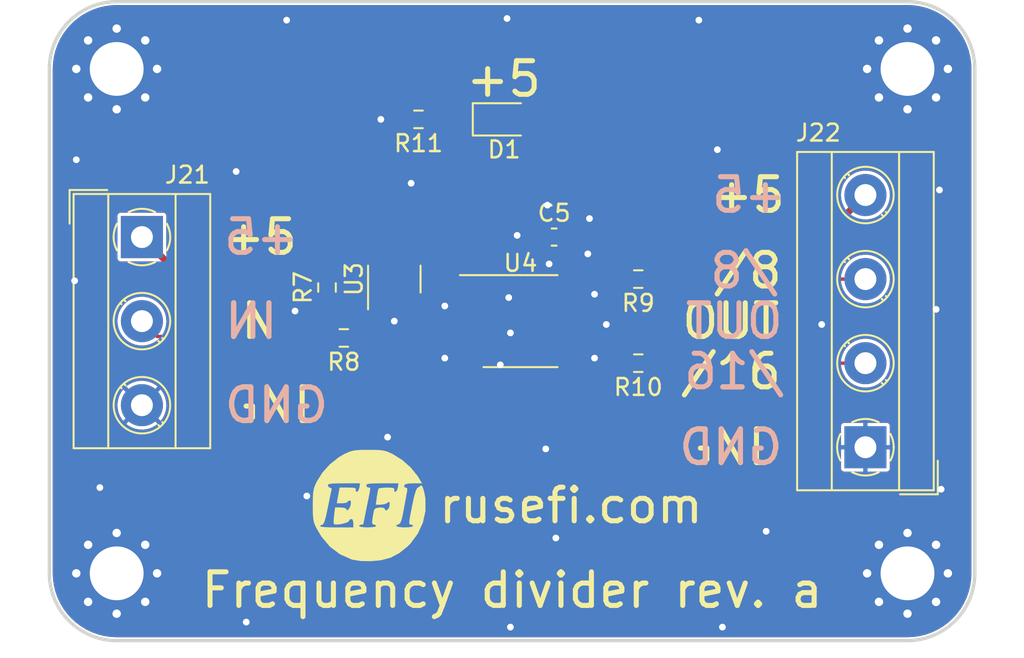
<source format=kicad_pcb>
(kicad_pcb (version 20210824) (generator pcbnew)
  (title_block (title "frequency-divider") (date "2021-10-26") (rev "a"))
  (layers (0 "F.Cu" signal) (31 "B.Cu" signal) (34 "B.Paste" user) (35 "F.Paste" user) (36 "B.SilkS" user "B.Silkscreen") (37 "F.SilkS" user "F.Silkscreen") (38 "B.Mask" user) (39 "F.Mask" user) (44 "Edge.Cuts" user))
  (net 0 "")
  (net 1 "GND")
  (net 2 "+5V")
  (net 3 "Net-(D1-Pad1)")
  (net 4 "Net-(J21-Pad2)")
  (net 5 "Net-(J22-Pad2)")
  (net 6 "Net-(J22-Pad3)")
  (net 7 "Net-(R8-Pad1)")
  (net 8 "Net-(R9-Pad2)")
  (net 9 "Net-(R10-Pad2)")
  (footprint "Resistor_SMD:R_0603_1608Metric_Pad0.98x0.95mm_HandSolder" (layer "F.Cu") (at 125.5 84.8 90)
    (fp_text reference "R7" (at 0 -1.43 90) (layer "F.SilkS"))
    (fp_text value "4.7k")
    (fp_line (start -0.254724 0.5225) (end 0.254724 0.5225) (layer "F.SilkS") (width 0.12))
    (fp_line (start -0.254724 -0.5225) (end 0.254724 -0.5225) (layer "F.SilkS") (width 0.12))
    (pad "1" smd roundrect locked (at -0.9125 0 90) (size 0.975 0.95) (layers "F.Cu" "F.Paste" "F.Mask") (net 4 "Net-(J21-Pad2)"))
    (pad "2" smd roundrect locked (at 0.9125 0 90) (size 0.975 0.95) (layers "F.Cu" "F.Paste" "F.Mask") (net 2 "+5V"))
  )
  (footprint "MountingHole:MountingHole_3.2mm_M3_Pad_Via" (layer "F.Cu") (at 113 71.8)
    (fp_text reference "H1" hide)
    (fp_text value "MountingHole_Pad")
    (pad "1" thru_hole circle locked (at 2.4 0) (size 0.8 0.8) (drill 0.5) (layers *.Cu *.Mask) (net 1 "GND"))
    (pad "1" thru_hole circle locked (at -1.697056 -1.697056) (size 0.8 0.8) (drill 0.5) (layers *.Cu *.Mask) (net 1 "GND"))
    (pad "1" thru_hole circle locked (at -2.4 0) (size 0.8 0.8) (drill 0.5) (layers *.Cu *.Mask) (net 1 "GND"))
    (pad "1" thru_hole circle locked (at -1.697056 1.697056) (size 0.8 0.8) (drill 0.5) (layers *.Cu *.Mask) (net 1 "GND"))
    (pad "1" thru_hole circle locked (at 0 -2.4) (size 0.8 0.8) (drill 0.5) (layers *.Cu *.Mask) (net 1 "GND"))
    (pad "1" thru_hole circle locked (at 0 2.4) (size 0.8 0.8) (drill 0.5) (layers *.Cu *.Mask) (net 1 "GND"))
    (pad "1" thru_hole circle locked (at 0 0) (size 6.4 6.4) (drill 3.2) (layers *.Cu *.Mask) (net 1 "GND"))
    (pad "1" thru_hole circle locked (at 1.697056 -1.697056) (size 0.8 0.8) (drill 0.5) (layers *.Cu *.Mask) (net 1 "GND"))
    (pad "1" thru_hole circle locked (at 1.697056 1.697056) (size 0.8 0.8) (drill 0.5) (layers *.Cu *.Mask) (net 1 "GND"))
  )
  (footprint "Capacitor_SMD:C_0603_1608Metric_Pad1.08x0.95mm_HandSolder" (layer "F.Cu") (at 139 81.8)
    (fp_text reference "C5" (at 0 -1.43) (layer "F.SilkS"))
    (fp_text value "100n")
    (fp_line (start -0.146267 0.51) (end 0.146267 0.51) (layer "F.SilkS") (width 0.12))
    (fp_line (start -0.146267 -0.51) (end 0.146267 -0.51) (layer "F.SilkS") (width 0.12))
    (pad "1" smd roundrect locked (at -0.8625 0) (size 1.075 0.95) (layers "F.Cu" "F.Paste" "F.Mask") (net 1 "GND"))
    (pad "2" smd roundrect locked (at 0.8625 0) (size 1.075 0.95) (layers "F.Cu" "F.Paste" "F.Mask") (net 2 "+5V"))
  )
  (footprint "Resistor_SMD:R_0603_1608Metric_Pad0.98x0.95mm_HandSolder" (layer "F.Cu") (at 144 84.3 180)
    (fp_text reference "R9" (at 0 -1.43) (layer "F.SilkS"))
    (fp_text value "1.5k")
    (fp_line (start -0.254724 0.5225) (end 0.254724 0.5225) (layer "F.SilkS") (width 0.12))
    (fp_line (start -0.254724 -0.5225) (end 0.254724 -0.5225) (layer "F.SilkS") (width 0.12))
    (pad "1" smd roundrect locked (at -0.9125 0 180) (size 0.975 0.95) (layers "F.Cu" "F.Paste" "F.Mask") (net 6 "Net-(J22-Pad3)"))
    (pad "2" smd roundrect locked (at 0.9125 0 180) (size 0.975 0.95) (layers "F.Cu" "F.Paste" "F.Mask") (net 8 "Net-(R9-Pad2)"))
  )
  (footprint "MountingHole:MountingHole_3.2mm_M3_Pad_Via" (layer "F.Cu") (at 113 101.8)
    (fp_text reference "H2" hide)
    (fp_text value "MountingHole_Pad")
    (pad "1" thru_hole circle locked (at -2.4 0) (size 0.8 0.8) (drill 0.5) (layers *.Cu *.Mask) (net 1 "GND"))
    (pad "1" thru_hole circle locked (at -1.697056 1.697056) (size 0.8 0.8) (drill 0.5) (layers *.Cu *.Mask) (net 1 "GND"))
    (pad "1" thru_hole circle locked (at 0 2.4) (size 0.8 0.8) (drill 0.5) (layers *.Cu *.Mask) (net 1 "GND"))
    (pad "1" thru_hole circle locked (at 0 -2.4) (size 0.8 0.8) (drill 0.5) (layers *.Cu *.Mask) (net 1 "GND"))
    (pad "1" thru_hole circle locked (at -1.697056 -1.697056) (size 0.8 0.8) (drill 0.5) (layers *.Cu *.Mask) (net 1 "GND"))
    (pad "1" thru_hole circle locked (at 1.697056 -1.697056) (size 0.8 0.8) (drill 0.5) (layers *.Cu *.Mask) (net 1 "GND"))
    (pad "1" thru_hole circle locked (at 0 0) (size 6.4 6.4) (drill 3.2) (layers *.Cu *.Mask) (net 1 "GND"))
    (pad "1" thru_hole circle locked (at 2.4 0) (size 0.8 0.8) (drill 0.5) (layers *.Cu *.Mask) (net 1 "GND"))
    (pad "1" thru_hole circle locked (at 1.697056 1.697056) (size 0.8 0.8) (drill 0.5) (layers *.Cu *.Mask) (net 1 "GND"))
  )
  (footprint "TerminalBlock_MetzConnect:TerminalBlock_MetzConnect_Type055_RT01503HDWU_1x03_P5.00mm_Horizontal" (layer "F.Cu") (at 114.5 81.8 -90)
    (fp_text reference "J21" (at -3.7 -2.7) (layer "F.SilkS"))
    (fp_text value "Screw_Terminal_01x03")
    (fp_line (start 11.275 -1.069) (end 11.181 -0.976) (layer "F.SilkS") (width 0.12))
    (fp_line (start -2.56 4.06) (end 12.56 4.06) (layer "F.SilkS") (width 0.12))
    (fp_line (start 8.82 0.976) (end 8.726 1.069) (layer "F.SilkS") (width 0.12))
    (fp_line (start 8.99 1.216) (end 8.931 1.274) (layer "F.SilkS") (width 0.12))
    (fp_line (start -2.8 2.06) (end -2.8 4.3) (layer "F.SilkS") (width 0.12))
    (fp_line (start 3.99 1.216) (end 3.931 1.274) (layer "F.SilkS") (width 0.12))
    (fp_line (start -2.56 2) (end 12.56 2) (layer "F.SilkS") (width 0.12))
    (fp_line (start 11.07 -1.275) (end 11.011 -1.216) (layer "F.SilkS") (width 0.12))
    (fp_line (start -2.8 4.3) (end -0.8 4.3) (layer "F.SilkS") (width 0.12))
    (fp_line (start 6.07 -1.275) (end 6.011 -1.216) (layer "F.SilkS") (width 0.12))
    (fp_line (start 12.56 -4.06) (end 12.56 4.06) (layer "F.SilkS") (width 0.12))
    (fp_line (start -2.56 -4.06) (end -2.56 4.06) (layer "F.SilkS") (width 0.12))
    (fp_line (start -2.56 -2) (end 12.56 -2) (layer "F.SilkS") (width 0.12))
    (fp_line (start -2.56 -4.06) (end 12.56 -4.06) (layer "F.SilkS") (width 0.12))
    (fp_line (start 3.82 0.976) (end 3.726 1.069) (layer "F.SilkS") (width 0.12))
    (fp_line (start 6.275 -1.069) (end 6.181 -0.976) (layer "F.SilkS") (width 0.12))
    (fp_arc (start 0 0) (end 1.484 0.789) (angle -56) (layer "F.SilkS") (width 0.12))
    (fp_arc (start 0 0) (end -1.484 -0.789) (angle -56) (layer "F.SilkS") (width 0.12))
    (fp_arc (start 0 0) (end 0.789 -1.484) (angle -56) (layer "F.SilkS") (width 0.12))
    (fp_arc (start 0 0) (end 0 1.68) (angle -28) (layer "F.SilkS") (width 0.12))
    (fp_arc (start 0 0) (end -0.789 1.484) (angle -29) (layer "F.SilkS") (width 0.12))
    (fp_circle (center 5 0) (end 6.68 0) (layer "F.SilkS") (width 0.12) (fill none))
    (fp_circle (center 10 0) (end 11.68 0) (layer "F.SilkS") (width 0.12) (fill none))
    (pad "1" thru_hole rect locked (at 0 0 270) (size 2.5 2.5) (drill 1.3) (layers *.Cu *.Mask) (net 2 "+5V"))
    (pad "2" thru_hole circle locked (at 5 0 270) (size 2.5 2.5) (drill 1.3) (layers *.Cu *.Mask) (net 4 "Net-(J21-Pad2)"))
    (pad "3" thru_hole circle locked (at 10 0 270) (size 2.5 2.5) (drill 1.3) (layers *.Cu *.Mask) (net 1 "GND"))
  )
  (footprint "TerminalBlock_MetzConnect:TerminalBlock_MetzConnect_Type055_RT01504HDWU_1x04_P5.00mm_Horizontal" (layer "F.Cu") (at 157.5 94.3 90)
    (fp_text reference "J22" (at 18.7 -2.8 180) (layer "F.SilkS"))
    (fp_text value "Screw_Terminal_01x04")
    (fp_line (start 8.82 0.976) (end 8.726 1.069) (layer "F.SilkS") (width 0.12))
    (fp_line (start -2.56 -2) (end 17.561 -2) (layer "F.SilkS") (width 0.12))
    (fp_line (start 6.07 -1.275) (end 6.011 -1.216) (layer "F.SilkS") (width 0.12))
    (fp_line (start 11.275 -1.069) (end 11.181 -0.976) (layer "F.SilkS") (width 0.12))
    (fp_line (start 16.07 -1.275) (end 16.011 -1.216) (layer "F.SilkS") (width 0.12))
    (fp_line (start 6.275 -1.069) (end 6.181 -0.976) (layer "F.SilkS") (width 0.12))
    (fp_line (start -2.56 -4.06) (end 17.561 -4.06) (layer "F.SilkS") (width 0.12))
    (fp_line (start -2.56 2) (end 17.561 2) (layer "F.SilkS") (width 0.12))
    (fp_line (start 3.82 0.976) (end 3.726 1.069) (layer "F.SilkS") (width 0.12))
    (fp_line (start -2.56 -4.06) (end -2.56 4.06) (layer "F.SilkS") (width 0.12))
    (fp_line (start 17.561 -4.06) (end 17.561 4.06) (layer "F.SilkS") (width 0.12))
    (fp_line (start -2.56 4.06) (end 17.561 4.06) (layer "F.SilkS") (width 0.12))
    (fp_line (start 13.99 1.216) (end 13.931 1.274) (layer "F.SilkS") (width 0.12))
    (fp_line (start -2.8 2.06) (end -2.8 4.3) (layer "F.SilkS") (width 0.12))
    (fp_line (start -2.8 4.3) (end -0.8 4.3) (layer "F.SilkS") (width 0.12))
    (fp_line (start 16.275 -1.069) (end 16.181 -0.976) (layer "F.SilkS") (width 0.12))
    (fp_line (start 13.82 0.976) (end 13.726 1.069) (layer "F.SilkS") (width 0.12))
    (fp_line (start 11.07 -1.275) (end 11.011 -1.216) (layer "F.SilkS") (width 0.12))
    (fp_line (start 3.99 1.216) (end 3.931 1.274) (layer "F.SilkS") (width 0.12))
    (fp_line (start 8.99 1.216) (end 8.931 1.274) (layer "F.SilkS") (width 0.12))
    (fp_arc (start 0 0) (end 0.789 -1.484) (angle -56) (layer "F.SilkS") (width 0.12))
    (fp_arc (start 0 0) (end -1.484 -0.789) (angle -56) (layer "F.SilkS") (width 0.12))
    (fp_arc (start 0 0) (end -0.789 1.484) (angle -29) (layer "F.SilkS") (width 0.12))
    (fp_arc (start 0 0) (end 1.484 0.789) (angle -56) (layer "F.SilkS") (width 0.12))
    (fp_arc (start 0 0) (end 0 1.68) (angle -28) (layer "F.SilkS") (width 0.12))
    (fp_circle (center 15 0) (end 16.68 0) (layer "F.SilkS") (width 0.12) (fill none))
    (fp_circle (center 10 0) (end 11.68 0) (layer "F.SilkS") (width 0.12) (fill none))
    (fp_circle (center 5 0) (end 6.68 0) (layer "F.SilkS") (width 0.12) (fill none))
    (pad "1" thru_hole rect locked (at 0 0 90) (size 2.5 2.5) (drill 1.3) (layers *.Cu *.Mask) (net 1 "GND"))
    (pad "2" thru_hole circle locked (at 5 0 90) (size 2.5 2.5) (drill 1.3) (layers *.Cu *.Mask) (net 5 "Net-(J22-Pad2)"))
    (pad "3" thru_hole circle locked (at 10 0 90) (size 2.5 2.5) (drill 1.3) (layers *.Cu *.Mask) (net 6 "Net-(J22-Pad3)"))
    (pad "4" thru_hole circle locked (at 15 0 90) (size 2.5 2.5) (drill 1.3) (layers *.Cu *.Mask) (net 2 "+5V"))
  )
  (footprint "kicad6-libraries:rusefi_logo" (layer "F.Cu") (at 128 97.8)
    (fp_text reference "G8" hide)
    (fp_text value "RUSEFI_LOGO" hide)
    (fp_poly (pts (xy 3.3528 -0.39624) (xy 3.35026 0.29972) (xy 3.19532 0.9906) (xy 2.8956 1.64338) (xy 2.46634 2.21996) (xy 2.31394 2.37744) (xy 1.80086 2.794) (xy 1.27508 3.07086) (xy 0.68834 3.2258) (xy 0.127 3.27406) (xy -0.46736 3.26898) (xy -0.9271 3.2004) (xy -1.05664 3.16484) (xy -1.73482 2.86258) (xy -2.32156 2.41808) (xy -2.8194 1.83134) (xy -3.10896 1.3462) (xy -3.21564 1.12776) (xy -3.28422 0.92964) (xy -3.32232 0.70866) (xy -3.3401 0.4191) (xy -3.34518 0.01016) (xy -3.34518 -0.04318) (xy -3.3401 -0.46736) (xy -3.32486 -0.77216) (xy -3.28676 -1.0033) (xy -3.22072 -1.21158) (xy -3.11658 -1.44272) (xy -3.10134 -1.46812) (xy -2.7686 -1.99644) (xy -2.31648 -2.49428) (xy -1.79832 -2.90576) (xy -1.47574 -3.09372) (xy -1.23698 -3.20294) (xy -1.03124 -3.2766) (xy -0.80518 -3.31724) (xy -0.51562 -3.33756) (xy -0.10922 -3.34264) (xy -0.04064 -3.34264) (xy 0.37846 -3.3401) (xy 0.68072 -3.32486) (xy 0.90932 -3.2893) (xy 1.1176 -3.22326) (xy 1.35382 -3.11658) (xy 1.44018 -3.0734) (xy 1.97612 -2.73558) (xy 2.47904 -2.28854) (xy 2.88798 -1.78308) (xy 2.95656 -1.67132) (xy 3.14706 -1.35382) (xy 2.63906 -1.35382) (xy 2.32664 -1.34112) (xy 2.14884 -1.2954) (xy 2.08534 -1.22936) (xy 2.10058 -1.12014) (xy 2.1717 -1.10236) (xy 2.26314 -1.05918) (xy 2.26568 -0.90678) (xy 2.25806 -0.86868) (xy 2.2225 -0.6858) (xy 2.16916 -0.38608) (xy 2.10058 -0.01778) (xy 2.06248 0.2032) (xy 1.98374 0.60452) (xy 1.91516 0.86614) (xy 1.84658 1.016) (xy 1.77038 1.07696) (xy 1.76022 1.0795) (xy 1.74752 1.08458) (xy 1.74752 -1.35382) (xy 0.78994 -1.35382) (xy 0.36576 -1.35128) (xy 0.08382 -1.33858) (xy -0.08128 -1.31318) (xy -0.15494 -1.27254) (xy -0.17018 -1.22682) (xy -0.1016 -1.11506) (xy -0.04318 -1.09982) (xy 0.01524 -1.1049) (xy 0.05334 -1.09728) (xy 0.06858 -1.0541) (xy 0.06096 -0.94996) (xy 0.0254 -0.75438) (xy -0.03556 -0.44704) (xy -0.127 0) (xy -0.20828 0.39624) (xy -0.27432 0.72898) (xy -0.32004 0.96266) (xy -0.33782 1.0668) (xy -0.33782 1.06934) (xy -0.40894 1.09728) (xy -0.46482 1.09982) (xy -0.53848 1.12776) (xy -0.53848 -1.35382) (xy -1.49606 -1.35382) (xy -1.92024 -1.35128) (xy -2.20218 -1.33858) (xy -2.36728 -1.31318) (xy -2.44094 -1.27254) (xy -2.45618 -1.22682) (xy -2.3876 -1.1176) (xy -2.3241 -1.09982) (xy -2.22758 -1.04394) (xy -2.23266 -0.9525) (xy -2.26568 -0.8128) (xy -2.3241 -0.5461) (xy -2.39522 -0.19558) (xy -2.4638 0.14732) (xy -2.5654 0.62484) (xy -2.65684 0.9398) (xy -2.73304 1.08712) (xy -2.75844 1.09982) (xy -2.89814 1.15824) (xy -2.921 1.18618) (xy -2.86512 1.22428) (xy -2.64922 1.25222) (xy -2.27838 1.26746) (xy -1.95326 1.27) (xy -0.93218 1.27) (xy -0.93218 1.016) (xy -0.97028 0.8128) (xy -1.05918 0.762) (xy -1.17094 0.8255) (xy -1.18618 0.88138) (xy -1.25984 0.94996) (xy -1.44526 1.01854) (xy -1.67894 1.07188) (xy -1.905 1.09982) (xy -2.06248 1.08712) (xy -2.09042 1.06934) (xy -2.10566 0.96774) (xy -2.09804 0.7493) (xy -2.07772 0.55372) (xy -2.0193 0.08382) (xy -1.68656 0.08382) (xy -1.47828 0.10414) (xy -1.36144 0.15748) (xy -1.35382 0.17526) (xy -1.3208 0.25908) (xy -1.2446 0.22352) (xy -1.1557 0.10414) (xy -1.0922 -0.06858) (xy -1.0922 -0.07112) (xy -1.07442 -0.26416) (xy -1.1303 -0.33782) (xy -1.15316 -0.33782) (xy -1.25984 -0.28956) (xy -1.27 -0.254) (xy -1.3462 -0.20066) (xy -1.53162 -0.17018) (xy -1.59512 -0.17018) (xy -1.9177 -0.17018) (xy -1.83388 -0.635) (xy -1.75006 -1.10236) (xy -1.24714 -1.09982) (xy -0.9652 -1.09474) (xy -0.82042 -1.0668) (xy -0.78486 -1.00838) (xy -0.79248 -0.97282) (xy -0.78232 -0.8636) (xy -0.72644 -0.84582) (xy -0.635 -0.92202) (xy -0.57658 -1.09728) (xy -0.57404 -1.09982) (xy -0.53848 -1.35382) (xy -0.53848 1.12776) (xy -0.57912 1.14554) (xy -0.59182 1.18618) (xy -0.51562 1.22936) (xy -0.31496 1.25984) (xy -0.08382 1.27) (xy 0.18542 1.2573) (xy 0.3683 1.22428) (xy 0.42418 1.18618) (xy 0.35306 1.11252) (xy 0.28702 1.09982) (xy 0.20574 1.07442) (xy 0.18034 0.96774) (xy 0.2032 0.74168) (xy 0.20828 0.70866) (xy 0.254 0.44704) (xy 0.29718 0.24892) (xy 0.31242 0.20066) (xy 0.40894 0.12954) (xy 0.5842 0.0889) (xy 0.7747 0.0889) (xy 0.90678 0.127) (xy 0.93218 0.17018) (xy 0.97282 0.25908) (xy 1.0668 0.2413) (xy 1.16586 0.13716) (xy 1.20904 0.02032) (xy 1.22936 -0.19304) (xy 1.17856 -0.254) (xy 1.08204 -0.18542) (xy 0.93218 -0.11684) (xy 0.70866 -0.08636) (xy 0.69088 -0.08382) (xy 0.40132 -0.08382) (xy 0.45974 -0.52578) (xy 0.50038 -0.7874) (xy 0.54102 -0.9779) (xy 0.5588 -1.03378) (xy 0.6604 -1.06934) (xy 0.87884 -1.09474) (xy 1.07188 -1.09982) (xy 1.34112 -1.0922) (xy 1.4732 -1.06172) (xy 1.50114 -1.00076) (xy 1.49352 -0.97536) (xy 1.50368 -0.8636) (xy 1.55956 -0.84582) (xy 1.651 -0.92202) (xy 1.70942 -1.09728) (xy 1.71196 -1.09982) (xy 1.74752 -1.35382) (xy 1.74752 1.08458) (xy 1.61544 1.14046) (xy 1.62306 1.19888) (xy 1.76276 1.2446) (xy 2.0193 1.26746) (xy 2.11582 1.27) (xy 2.3876 1.2573) (xy 2.57048 1.22428) (xy 2.62382 1.18618) (xy 2.55524 1.10998) (xy 2.49682 1.09982) (xy 2.43586 1.09474) (xy 2.39776 1.06426) (xy 2.3876 0.98298) (xy 2.40284 0.82296) (xy 2.44602 0.56134) (xy 2.52222 0.17272) (xy 2.57302 -0.08128) (xy 2.67716 -0.56388) (xy 2.77368 -0.89408) (xy 2.85496 -1.06426) (xy 2.88544 -1.08712) (xy 3.03276 -1.1811) (xy 3.06324 -1.21666) (xy 3.12674 -1.22428) (xy 3.2004 -1.0922) (xy 3.27406 -0.8509) (xy 3.33502 -0.5334) (xy 3.3528 -0.39624)) (layer "F.SilkS") (width 0.00254) (fill solid))
  )
  (footprint "Package_TO_SOT_SMD:SOT-23-6" (layer "F.Cu") (at 129.5 84.3 90)
    (fp_text reference "U3" (at 0 -2.4 90) (layer "F.SilkS"))
    (fp_text value "SRV05-4")
    (fp_line (start 0 1.56) (end 0.8 1.56) (layer "F.SilkS") (width 0.12))
    (fp_line (start 0 -1.56) (end 0.8 -1.56) (layer "F.SilkS") (width 0.12))
    (fp_line (start 0 1.56) (end -0.8 1.56) (layer "F.SilkS") (width 0.12))
    (fp_line (start 0 -1.56) (end -1.8 -1.56) (layer "F.SilkS") (width 0.12))
    (pad "1" smd roundrect locked (at -1.1375 -0.95 90) (size 1.325 0.6) (layers "F.Cu" "F.Paste" "F.Mask") (net 7 "Net-(R8-Pad1)"))
    (pad "2" smd roundrect locked (at -1.1375 0 90) (size 1.325 0.6) (layers "F.Cu" "F.Paste" "F.Mask") (net 1 "GND"))
    (pad "3" smd roundrect locked (at -1.1375 0.95 90) (size 1.325 0.6) (layers "F.Cu" "F.Paste" "F.Mask") (net 7 "Net-(R8-Pad1)"))
    (pad "4" smd roundrect locked (at 1.1375 0.95 90) (size 1.325 0.6) (layers "F.Cu" "F.Paste" "F.Mask") (net 7 "Net-(R8-Pad1)"))
    (pad "5" smd roundrect locked (at 1.1375 0 90) (size 1.325 0.6) (layers "F.Cu" "F.Paste" "F.Mask") (net 2 "+5V"))
    (pad "6" smd roundrect locked (at 1.1375 -0.95 90) (size 1.325 0.6) (layers "F.Cu" "F.Paste" "F.Mask") (net 7 "Net-(R8-Pad1)"))
  )
  (footprint "LED_SMD:LED_0805_2012Metric_Pad1.15x1.40mm_HandSolder" (layer "F.Cu") (at 136.025 74.8)
    (fp_text reference "D1" (at 0 1.8) (layer "F.SilkS"))
    (fp_text value "Green")
    (fp_line (start -1.86 0.96) (end 1 0.96) (layer "F.SilkS") (width 0.12))
    (fp_line (start -1.86 -0.96) (end -1.86 0.96) (layer "F.SilkS") (width 0.12))
    (fp_line (start 1 -0.96) (end -1.86 -0.96) (layer "F.SilkS") (width 0.12))
    (pad "1" smd roundrect locked (at -1.025 0) (size 1.15 1.4) (layers "F.Cu" "F.Paste" "F.Mask") (roundrect_rratio 0.2173913043) (net 3 "Net-(D1-Pad1)"))
    (pad "2" smd roundrect locked (at 1.025 0) (size 1.15 1.4) (layers "F.Cu" "F.Paste" "F.Mask") (roundrect_rratio 0.2173913043) (net 2 "+5V"))
  )
  (footprint "MountingHole:MountingHole_3.2mm_M3_Pad_Via" (layer "F.Cu") (at 160 101.8)
    (fp_text reference "H4" hide)
    (fp_text value "MountingHole_Pad")
    (pad "1" thru_hole circle locked (at -2.4 0) (size 0.8 0.8) (drill 0.5) (layers *.Cu *.Mask) (net 1 "GND"))
    (pad "1" thru_hole circle locked (at -1.697056 -1.697056) (size 0.8 0.8) (drill 0.5) (layers *.Cu *.Mask) (net 1 "GND"))
    (pad "1" thru_hole circle locked (at -1.697056 1.697056) (size 0.8 0.8) (drill 0.5) (layers *.Cu *.Mask) (net 1 "GND"))
    (pad "1" thru_hole circle locked (at 1.697056 -1.697056) (size 0.8 0.8) (drill 0.5) (layers *.Cu *.Mask) (net 1 "GND"))
    (pad "1" thru_hole circle locked (at 0 0) (size 6.4 6.4) (drill 3.2) (layers *.Cu *.Mask) (net 1 "GND"))
    (pad "1" thru_hole circle locked (at 1.697056 1.697056) (size 0.8 0.8) (drill 0.5) (layers *.Cu *.Mask) (net 1 "GND"))
    (pad "1" thru_hole circle locked (at 0 2.4) (size 0.8 0.8) (drill 0.5) (layers *.Cu *.Mask) (net 1 "GND"))
    (pad "1" thru_hole circle locked (at 0 -2.4) (size 0.8 0.8) (drill 0.5) (layers *.Cu *.Mask) (net 1 "GND"))
    (pad "1" thru_hole circle locked (at 2.4 0) (size 0.8 0.8) (drill 0.5) (layers *.Cu *.Mask) (net 1 "GND"))
  )
  (footprint "Resistor_SMD:R_0603_1608Metric_Pad0.98x0.95mm_HandSolder" (layer "F.Cu") (at 126.5 87.8 180)
    (fp_text reference "R8" (at 0 -1.43) (layer "F.SilkS"))
    (fp_text value "4.7k")
    (fp_line (start -0.254724 0.5225) (end 0.254724 0.5225) (layer "F.SilkS") (width 0.12))
    (fp_line (start -0.254724 -0.5225) (end 0.254724 -0.5225) (layer "F.SilkS") (width 0.12))
    (pad "1" smd roundrect locked (at -0.9125 0 180) (size 0.975 0.95) (layers "F.Cu" "F.Paste" "F.Mask") (net 7 "Net-(R8-Pad1)"))
    (pad "2" smd roundrect locked (at 0.9125 0 180) (size 0.975 0.95) (layers "F.Cu" "F.Paste" "F.Mask") (net 4 "Net-(J21-Pad2)"))
  )
  (footprint "Resistor_SMD:R_0603_1608Metric_Pad0.98x0.95mm_HandSolder" (layer "F.Cu") (at 130.9375 74.8 180)
    (fp_text reference "R11" (at 0 -1.43) (layer "F.SilkS"))
    (fp_text value "1.5k")
    (fp_line (start -0.254724 -0.5225) (end 0.254724 -0.5225) (layer "F.SilkS") (width 0.12))
    (fp_line (start -0.254724 0.5225) (end 0.254724 0.5225) (layer "F.SilkS") (width 0.12))
    (pad "1" smd roundrect locked (at -0.9125 0 180) (size 0.975 0.95) (layers "F.Cu" "F.Paste" "F.Mask") (net 3 "Net-(D1-Pad1)"))
    (pad "2" smd roundrect locked (at 0.9125 0 180) (size 0.975 0.95) (layers "F.Cu" "F.Paste" "F.Mask") (net 1 "GND"))
  )
  (footprint "MountingHole:MountingHole_3.2mm_M3_Pad_Via" (layer "F.Cu") (at 160 71.8)
    (fp_text reference "H3" hide)
    (fp_text value "MountingHole_Pad")
    (pad "1" thru_hole circle locked (at -2.4 0) (size 0.8 0.8) (drill 0.5) (layers *.Cu *.Mask) (net 1 "GND"))
    (pad "1" thru_hole circle locked (at 0 0) (size 6.4 6.4) (drill 3.2) (layers *.Cu *.Mask) (net 1 "GND"))
    (pad "1" thru_hole circle locked (at 0 -2.4) (size 0.8 0.8) (drill 0.5) (layers *.Cu *.Mask) (net 1 "GND"))
    (pad "1" thru_hole circle locked (at -1.697056 -1.697056) (size 0.8 0.8) (drill 0.5) (layers *.Cu *.Mask) (net 1 "GND"))
    (pad "1" thru_hole circle locked (at 2.4 0) (size 0.8 0.8) (drill 0.5) (layers *.Cu *.Mask) (net 1 "GND"))
    (pad "1" thru_hole circle locked (at 1.697056 -1.697056) (size 0.8 0.8) (drill 0.5) (layers *.Cu *.Mask) (net 1 "GND"))
    (pad "1" thru_hole circle locked (at 0 2.4) (size 0.8 0.8) (drill 0.5) (layers *.Cu *.Mask) (net 1 "GND"))
    (pad "1" thru_hole circle locked (at -1.697056 1.697056) (size 0.8 0.8) (drill 0.5) (layers *.Cu *.Mask) (net 1 "GND"))
    (pad "1" thru_hole circle locked (at 1.697056 1.697056) (size 0.8 0.8) (drill 0.5) (layers *.Cu *.Mask) (net 1 "GND"))
  )
  (footprint "Package_SO:TSSOP-16_4.4x5mm_P0.65mm" (layer "F.Cu") (at 137 86.8)
    (fp_text reference "U4" (at 0 -3.45) (layer "F.SilkS"))
    (fp_text value "74VHC163FT")
    (fp_line (start 0 -2.735) (end 2.2 -2.735) (layer "F.SilkS") (width 0.12))
    (fp_line (start 0 2.735) (end 2.2 2.735) (layer "F.SilkS") (width 0.12))
    (fp_line (start 0 -2.735) (end -3.6 -2.735) (layer "F.SilkS") (width 0.12))
    (fp_line (start 0 2.735) (end -2.2 2.735) (layer "F.SilkS") (width 0.12))
    (pad "1" smd roundrect locked (at -2.8625 -2.275) (size 1.475 0.4) (layers "F.Cu" "F.Paste" "F.Mask") (net 2 "+5V"))
    (pad "2" smd roundrect locked (at -2.8625 -1.625) (size 1.475 0.4) (layers "F.Cu" "F.Paste" "F.Mask") (net 7 "Net-(R8-Pad1)"))
    (pad "3" smd roundrect locked (at -2.8625 -0.975) (size 1.475 0.4) (layers "F.Cu" "F.Paste" "F.Mask") (net 1 "GND"))
    (pad "4" smd roundrect locked (at -2.8625 -0.325) (size 1.475 0.4) (layers "F.Cu" "F.Paste" "F.Mask") (net 1 "GND"))
    (pad "5" smd roundrect locked (at -2.8625 0.325) (size 1.475 0.4) (layers "F.Cu" "F.Paste" "F.Mask") (net 1 "GND"))
    (pad "6" smd roundrect locked (at -2.8625 0.975) (size 1.475 0.4) (layers "F.Cu" "F.Paste" "F.Mask") (net 1 "GND"))
    (pad "7" smd roundrect locked (at -2.8625 1.625) (size 1.475 0.4) (layers "F.Cu" "F.Paste" "F.Mask") (net 2 "+5V"))
    (pad "8" smd roundrect locked (at -2.8625 2.275) (size 1.475 0.4) (layers "F.Cu" "F.Paste" "F.Mask") (net 1 "GND"))
    (pad "9" smd roundrect locked (at 2.8625 2.275) (size 1.475 0.4) (layers "F.Cu" "F.Paste" "F.Mask") (net 2 "+5V"))
    (pad "10" smd roundrect locked (at 2.8625 1.625) (size 1.475 0.4) (layers "F.Cu" "F.Paste" "F.Mask") (net 2 "+5V"))
    (pad "11" smd roundrect locked (at 2.8625 0.975) (size 1.475 0.4) (layers "F.Cu" "F.Paste" "F.Mask") (net 9 "Net-(R10-Pad2)"))
    (pad "12" smd roundrect locked (at 2.8625 0.325) (size 1.475 0.4) (layers "F.Cu" "F.Paste" "F.Mask") (net 8 "Net-(R9-Pad2)"))
    (pad "13" smd roundrect locked (at 2.8625 -0.325) (size 1.475 0.4) (layers "F.Cu" "F.Paste" "F.Mask"))
    (pad "14" smd roundrect locked (at 2.8625 -0.975) (size 1.475 0.4) (layers "F.Cu" "F.Paste" "F.Mask"))
    (pad "15" smd roundrect locked (at 2.8625 -1.625) (size 1.475 0.4) (layers "F.Cu" "F.Paste" "F.Mask"))
    (pad "16" smd roundrect locked (at 2.8625 -2.275) (size 1.475 0.4) (layers "F.Cu" "F.Paste" "F.Mask") (net 2 "+5V"))
  )
  (footprint "Resistor_SMD:R_0603_1608Metric_Pad0.98x0.95mm_HandSolder" (layer "F.Cu") (at 144 89.3 180)
    (fp_text reference "R10" (at 0 -1.43) (layer "F.SilkS"))
    (fp_text value "1.5k")
    (fp_line (start -0.254724 0.5225) (end 0.254724 0.5225) (layer "F.SilkS") (width 0.12))
    (fp_line (start -0.254724 -0.5225) (end 0.254724 -0.5225) (layer "F.SilkS") (width 0.12))
    (pad "1" smd roundrect locked (at -0.9125 0 180) (size 0.975 0.95) (layers "F.Cu" "F.Paste" "F.Mask") (net 5 "Net-(J22-Pad2)"))
    (pad "2" smd roundrect locked (at 0.9125 0 180) (size 0.975 0.95) (layers "F.Cu" "F.Paste" "F.Mask") (net 9 "Net-(R10-Pad2)"))
  )
  (gr_line (start 160 67.8) (end 113 67.8) (layer "Edge.Cuts") (width 0.2))
  (gr_line (start 109 101.8) (end 109 71.8) (layer "Edge.Cuts") (width 0.2))
  (gr_line (start 160 105.8) (end 113 105.8) (layer "Edge.Cuts") (width 0.2))
  (gr_arc (start 112.999998 71.8) (end 113 67.8) (angle -90) (layer "Edge.Cuts") (width 0.2))
  (gr_line (start 164 101.8) (end 164 71.8) (layer "Edge.Cuts") (width 0.2))
  (gr_arc (start 160.000002 101.8) (end 164 101.8) (angle 90) (layer "Edge.Cuts") (width 0.2))
  (gr_arc (start 160 71.799998) (end 164 71.8) (angle -90) (layer "Edge.Cuts") (width 0.2))
  (gr_arc (start 113 101.800002) (end 109 101.8) (angle -90) (layer "Edge.Cuts") (width 0.2))
  (gr_text "/16" (at 149.7 89.8) (layer "B.SilkS") (effects (font (size 2 2) (thickness 0.3)) (justify mirror)))
  (gr_text "+5" (at 150.6 79.3) (layer "B.SilkS") (effects (font (size 2 2) (thickness 0.3)) (justify mirror)))
  (gr_text "IN" (at 121 86.8) (layer "B.SilkS") (effects (font (size 2 2) (thickness 0.3)) (justify mirror)))
  (gr_text "OUT" (at 149.7 86.8) (layer "B.SilkS") (effects (font (size 2 2) (thickness 0.3)) (justify mirror)))
  (gr_text "/8" (at 150.3 83.8) (layer "B.SilkS") (effects (font (size 2 2) (thickness 0.3)) (justify mirror)))
  (gr_text "GND" (at 122.5 91.8) (layer "B.SilkS") (effects (font (size 2 2) (thickness 0.3)) (justify mirror)))
  (gr_text "+5" (at 121.6 81.8) (layer "B.SilkS") (effects (font (size 2 2) (thickness 0.3)) (justify mirror)))
  (gr_text "GND" (at 149.5 94.3) (layer "B.SilkS") (effects (font (size 2 2) (thickness 0.3)) (justify mirror)))
  (gr_text "GND" (at 122.5 91.8) (layer "F.SilkS") (effects (font (size 2 2) (thickness 0.3))))
  (gr_text "+5" (at 136 72.4) (layer "F.SilkS") (effects (font (size 2 2) (thickness 0.3))))
  (gr_text "rusefi.com" (at 140 97.76571) (layer "F.SilkS") (effects (font (size 2 2) (thickness 0.3))))
  (gr_text "+5" (at 150.5 79.3) (layer "F.SilkS") (effects (font (size 2 2) (thickness 0.3))))
  (gr_text "GND" (at 149.5 94.3) (layer "F.SilkS") (effects (font (size 2 2) (thickness 0.3))))
  (gr_text "IN" (at 121 86.8) (layer "F.SilkS") (effects (font (size 2 2) (thickness 0.3))))
  (gr_text "/16" (at 149.5 89.8) (layer "F.SilkS") (effects (font (size 2 2) (thickness 0.3))))
  (gr_text "+5" (at 121.5 81.8) (layer "F.SilkS") (effects (font (size 2 2) (thickness 0.3))))
  (gr_text "Frequency divider rev. a" (at 136.5 102.8) (layer "F.SilkS") (effects (font (size 2 2) (thickness 0.3))))
  (gr_text "/8" (at 150.5 83.8) (layer "F.SilkS") (effects (font (size 2 2) (thickness 0.3))))
  (gr_text "OUT" (at 149.5 86.8) (layer "F.SilkS") (effects (font (size 2 2) (thickness 0.3))))
  (via (at 154.9 87) (size 0.8) (drill 0.4) (layers "F.Cu" "B.Cu") (net 1))
  (via (at 123.1 68.9) (size 0.8) (drill 0.4) (layers "F.Cu" "B.Cu") (net 1))
  (via (at 138.7 83.4) (size 0.8) (drill 0.4) (layers "F.Cu" "B.Cu") (net 1))
  (via (at 110.6 77.2) (size 0.8) (drill 0.4) (layers "F.Cu" "B.Cu") (net 1))
  (via (at 110.5 84.4) (size 0.8) (drill 0.4) (layers "F.Cu" "B.Cu") (net 1))
  (via (at 136.8 81.7) (size 0.8) (drill 0.4) (layers "F.Cu" "B.Cu") (net 1))
  (via (at 136.4 105) (size 0.8) (drill 0.4) (layers "F.Cu" "B.Cu") (net 1))
  (via (at 151.6 99.3) (size 0.8) (drill 0.4) (layers "F.Cu" "B.Cu") (net 1))
  (via (at 141.1 80.7) (size 0.8) (drill 0.4) (layers "F.Cu" "B.Cu") (net 1))
  (via (at 120.1 77.9) (size 0.8) (drill 0.4) (layers "F.Cu" "B.Cu") (net 1))
  (via (at 132.5 89) (size 0.8) (drill 0.4) (layers "F.Cu" "B.Cu") (net 1))
  (via (at 138.6 79.9) (size 0.8) (drill 0.4) (layers "F.Cu" "B.Cu") (net 1))
  (via (at 136.3 85.4) (size 0.8) (drill 0.4) (layers "F.Cu" "B.Cu") (net 1))
  (via (at 149 105) (size 0.8) (drill 0.4) (layers "F.Cu" "B.Cu") (net 1))
  (via (at 148.7 76.6) (size 0.8) (drill 0.4) (layers "F.Cu" "B.Cu") (net 1))
  (via (at 132.5 85.9) (size 0.8) (drill 0.4) (layers "F.Cu" "B.Cu") (net 1))
  (via (at 141.4 85.2) (size 0.8) (drill 0.4) (layers "F.Cu" "B.Cu") (net 1))
  (via (at 139.1 99.7) (size 0.8) (drill 0.4) (layers "F.Cu" "B.Cu") (net 1))
  (via (at 147.6 68.9) (size 0.8) (drill 0.4) (layers "F.Cu" "B.Cu") (net 1))
  (via (at 142.1 87) (size 0.8) (drill 0.4) (layers "F.Cu" "B.Cu") (net 1))
  (via (at 141.4 89) (size 0.8) (drill 0.4) (layers "F.Cu" "B.Cu") (net 1))
  (via (at 161.7 86.1) (size 0.8) (drill 0.4) (layers "F.Cu" "B.Cu") (net 1))
  (via (at 129.1 93.7) (size 0.8) (drill 0.4) (layers "F.Cu" "B.Cu") (net 1))
  (via (at 123.6 86.2) (size 0.8) (drill 0.4) (layers "F.Cu" "B.Cu") (net 1))
  (via (at 112 96.7) (size 0.8) (drill 0.4) (layers "F.Cu" "B.Cu") (net 1))
  (via (at 141 82.8) (size 0.8) (drill 0.4) (layers "F.Cu" "B.Cu") (net 1))
  (via (at 135.8 89.4) (size 0.8) (drill 0.4) (layers "F.Cu" "B.Cu") (net 1))
  (via (at 124.3 97.2) (size 0.8) (drill 0.4) (layers "F.Cu" "B.Cu") (net 1))
  (via (at 161.9 79) (size 0.8) (drill 0.4) (layers "F.Cu" "B.Cu") (net 1))
  (via (at 128.7 74.8) (size 0.8) (drill 0.4) (layers "F.Cu" "B.Cu") (net 1))
  (via (at 136.4 87.5) (size 0.8) (drill 0.4) (layers "F.Cu" "B.Cu") (net 1))
  (via (at 120.7 104.7) (size 0.8) (drill 0.4) (layers "F.Cu" "B.Cu") (net 1))
  (via (at 130.5 78.6) (size 0.8) (drill 0.4) (layers "F.Cu" "B.Cu") (net 1))
  (via (at 136.2 68.8) (size 0.8) (drill 0.4) (layers "F.Cu" "B.Cu") (net 1))
  (via (at 129.5 86.8) (size 0.8) (drill 0.4) (layers "F.Cu" "B.Cu") (net 1))
  (via (at 138.5 94.4) (size 0.8) (drill 0.4) (layers "F.Cu" "B.Cu") (net 1))
  (via (at 162 96.8) (size 0.8) (drill 0.4) (layers "F.Cu" "B.Cu") (net 1))
  (segment (start 127.5875 81.8) (end 125.5 83.8875) (width 0.4) (layer "F.Cu") (net 2))
  (segment (start 139.8625 84.525) (end 137.275 84.525) (width 0.4) (layer "F.Cu") (net 2))
  (segment (start 137.275 88.425) (end 134.1375 88.425) (width 0.4) (layer "F.Cu") (net 2))
  (segment (start 139.8625 88.425) (end 139.8625 89.075) (width 0.4) (layer "F.Cu") (net 2))
  (segment (start 139.8625 81.8) (end 155 81.8) (width 0.4) (layer "F.Cu") (net 2))
  (segment (start 137.275 84.525) (end 137.275 88.425) (width 0.4) (layer "F.Cu") (net 2))
  (segment (start 129.5 83.1625) (end 129.5 81.8) (width 0.2) (layer "F.Cu") (net 2))
  (segment (start 133.925 84.525) (end 131.2 81.8) (width 0.4) (layer "F.Cu") (net 2))
  (segment (start 131.2 81.8) (end 127.5875 81.8) (width 0.4) (layer "F.Cu") (net 2))
  (segment (start 139.8625 81.8) (end 139.8625 84.525) (width 0.4) (layer "F.Cu") (net 2))
  (segment (start 139.8625 81.8) (end 139.8625 77.6125) (width 0.4) (layer "F.Cu") (net 2))
  (segment (start 137.275 84.525) (end 134.1375 84.525) (width 0.4) (layer "F.Cu") (net 2))
  (segment (start 139.8625 77.6125) (end 137.05 74.8) (width 0.4) (layer "F.Cu") (net 2))
  (segment (start 155 81.8) (end 157.5 79.3) (width 0.4) (layer "F.Cu") (net 2))
  (segment (start 125.5 83.8875) (end 116.5875 83.8875) (width 0.4) (layer "F.Cu") (net 2))
  (segment (start 116.5875 83.8875) (end 114.5 81.8) (width 0.4) (layer "F.Cu") (net 2))
  (segment (start 137.275 88.425) (end 139.8625 88.425) (width 0.4) (layer "F.Cu") (net 2))
  (segment (start 134.1375 84.525) (end 133.925 84.525) (width 0.4) (layer "F.Cu") (net 2))
  (segment (start 135 74.8) (end 131.85 74.8) (width 0.2) (layer "F.Cu") (net 3))
  (segment (start 125.5 87.3) (end 125.5 87.7125) (width 0.2) (layer "F.Cu") (net 4))
  (segment (start 125.5 85.7125) (end 125.5 87.3) (width 0.2) (layer "F.Cu") (net 4))
  (segment (start 125.5 87.7125) (end 125.5875 87.8) (width 0.2) (layer "F.Cu") (net 4))
  (segment (start 115.4125 87.7125) (end 125.5 87.7125) (width 0.2) (layer "F.Cu") (net 4))
  (segment (start 114.5 86.8) (end 115.4125 87.7125) (width 0.2) (layer "F.Cu") (net 4))
  (segment (start 157.5 89.3) (end 144.9125 89.3) (width 0.2) (layer "F.Cu") (net 5))
  (segment (start 157.5 84.3) (end 144.9125 84.3) (width 0.2) (layer "F.Cu") (net 6))
  (segment (start 129.9 87.6) (end 128.55 87.6) (width 0.2) (layer "F.Cu") (net 7))
  (segment (start 130.45 85.4375) (end 130.45 87.05) (width 0.2) (layer "F.Cu") (net 7))
  (segment (start 134.1375 85.175) (end 130.7125 85.175) (width 0.2) (layer "F.Cu") (net 7))
  (segment (start 130.45 83.1625) (end 130.45 85.4375) (width 0.2) (layer "F.Cu") (net 7))
  (segment (start 130.45 87.05) (end 129.9 87.6) (width 0.2) (layer "F.Cu") (net 7))
  (segment (start 128.55 83.1625) (end 128.55 86.6625) (width 0.2) (layer "F.Cu") (net 7))
  (segment (start 128.55 87.6) (end 128.55 86.6625) (width 0.2) (layer "F.Cu") (net 7))
  (segment (start 130.7125 85.175) (end 130.45 85.4375) (width 0.2) (layer "F.Cu") (net 7))
  (segment (start 128.35 87.8) (end 127.4125 87.8) (width 0.2) (layer "F.Cu") (net 7))
  (segment (start 128.55 87.6) (end 128.35 87.8) (width 0.2) (layer "F.Cu") (net 7))
  (segment (start 140.599999 87.125) (end 143.0875 84.637499) (width 0.2) (layer "F.Cu") (net 8))
  (segment (start 143.0875 84.637499) (end 143.0875 84.3) (width 0.2) (layer "F.Cu") (net 8))
  (segment (start 139.8625 87.125) (end 140.599999 87.125) (width 0.2) (layer "F.Cu") (net 8))
  (segment (start 141.5625 87.775) (end 143.0875 89.3) (width 0.2) (layer "F.Cu") (net 9))
  (segment (start 139.8625 87.775) (end 141.5625 87.775) (width 0.2) (layer "F.Cu") (net 9))
  (zone (net 1) (net_name "GND") (layers F&B.Cu) (connect_pads (clearance 0.2)) (min_thickness 0.2) (fill yes (thermal_gap 0.2) (thermal_bridge_width 0.25))
    (polygon (pts (xy 164 105.8) (xy 109 105.8) (xy 109 67.8) (xy 164 67.8)))
  )
)
</source>
